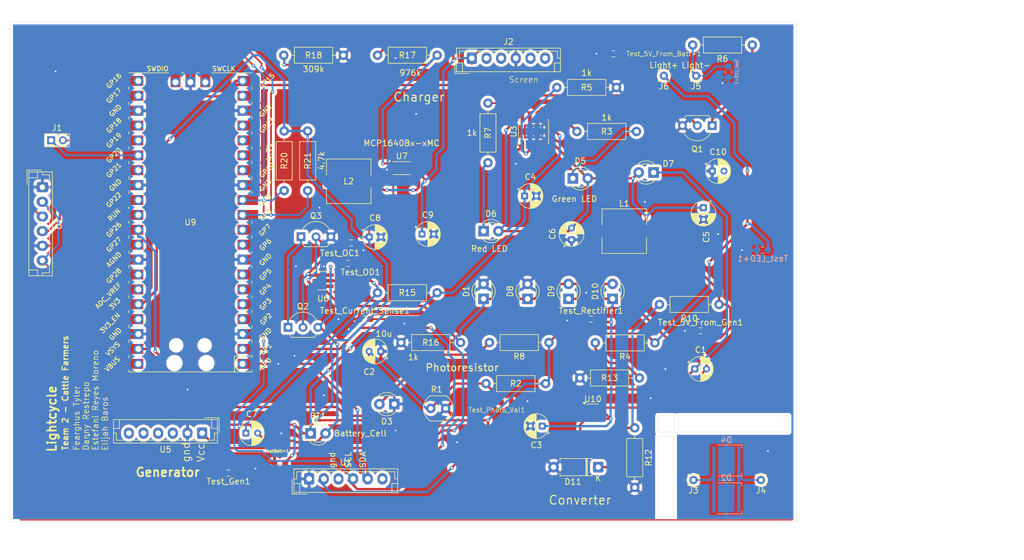
<source format=kicad_pcb>
(kicad_pcb (version 20241229) (generator "pcbnew") (generator_version "9.0")
  (title_block (title "PCB Layout For LightCycle") (date "2025-11-18") (rev "3") (company "LightCycle"))
  (layers (0 "F.Cu" signal) (2 "B.Cu" signal) (13 "F.Paste" user) (15 "B.Paste" user) (5 "F.SilkS" user "F.Silkscreen") (7 "B.SilkS" user "B.Silkscreen") (1 "F.Mask" user) (3 "B.Mask" user) (25 "Edge.Cuts" user))
  (net 0 "")
  (net 1 "Net-(BT1--)")
  (net 2 "GND")
  (net 3 "Net-(U3-~{STDBY})")
  (net 4 "Net-(U3-~{CHRG})")
  (net 5 "Net-(U3-PROG)")
  (net 6 "/5V")
  (net 7 "Net-(D3-A)")
  (net 8 "Net-(D5-K)")
  (net 9 "/V_charge")
  (net 10 "Net-(D6-K)")
  (net 11 "/GPIO26")
  (net 12 "Net-(U4-EN)")
  (net 13 "Net-(Q3-G)")
  (net 14 "Net-(U6-CS)")
  (net 15 "Net-(U6-VCC)")
  (net 16 "Net-(Q2-G)")
  (net 18 "/GPIO15")
  (net 19 "Net-(Q1-D)")
  (net 20 "Net-(Q2-D)")
  (net 44 "Net-(D10-K)")
  (net 45 "Net-(D1-K)")
  (net 69 "Net-(D11-K)")
  (net 70 "Net-(D7-K)")
  (net 71 "Net-(U10-Vfb)")
  (net 72 "Net-(U7-SW)")
  (net 73 "Net-(U7-V_{FB})")
  (net 74 "/Batt+")
  (net 75 "3.3V")
  (net 76 "/GPIO20")
  (net 77 "/GPIO21")
  (net 78 "/GPIO1_RX")
  (net 79 "/GPIO0_TX")
  (net 80 "/GPIO9")
  (net 81 "/GPIO8")
  (net 82 "/GPIO27")
  (net 83 "Net-(J5-Pin_1)")
  (net 84 "Net-(D2-A)")
  (net 85 "Net-(D2-K)")
  (footprint "Capacitor_THT:CP_Radial_D4.0mm_P2.00mm" (layer "F.Cu") (at 170 94 -90)
    (property "Reference" "C5")
    (property "Value" "20u")
  )
  (footprint "Inductor_SMD:L_Wuerth_WE-PD-Typ-7345" (layer "F.Cu") (at 109.5 89.5)
    (property "Reference" "L2")
    (property "Value" "4.7u")
  )
  (footprint "Resistor_THT:R_Axial_DIN0207_L6.3mm_D2.5mm_P10.16mm_Horizontal" (layer "F.Cu") (at 178.33 66.25 180)
    (property "Reference" "R6")
    (property "Value" "1k")
  )
  (footprint "LED_THT:LED_D3.0mm_Clear" (layer "F.Cu") (at 103 132.5)
    (property "Reference" "BT1")
    (property "Value" "Battery_Cell")
  )
  (footprint "Resistor_THT:R_Axial_DIN0207_L6.3mm_D2.5mm_P10.16mm_Horizontal" (layer "F.Cu") (at 98.5 80.92 -90)
    (property "Reference" "R20")
    (property "Value" "4.7k")
  )
  (footprint "Resistor_THT:R_Axial_DIN0207_L6.3mm_D2.5mm_P10.16mm_Horizontal" (layer "F.Cu") (at 118.42 117)
    (property "Reference" "R16")
    (property "Value" "1k")
  )
  (footprint "LED_THT:LED_D3.0mm_Clear" (layer "F.Cu") (at 161.5 88 180)
    (property "Reference" "D7")
    (property "Value" "1N4148WT")
  )
  (footprint "Resistor_THT:R_Axial_DIN0207_L6.3mm_D2.5mm_P10.16mm_Horizontal" (layer "F.Cu") (at 143.08 124 180)
    (property "Reference" "R2")
    (property "Value" "10k")
  )
  (footprint "Connector_PinHeader_2.00mm:PinHeader_2x01_P2.00mm_Vertical" (layer "F.Cu") (at 58.75 82.5)
    (property "Reference" "J1")
    (property "Value" "IMU_Int1_Int2")
  )
  (footprint "Resistor_SMD:R_0603_1608Metric_Pad0.98x0.95mm_HandSolder" (layer "F.Cu") (at 154.655 67.75)
    (property "Reference" "Test_5V_From_Batt+1")
    (property "Value" "0R")
  )
  (footprint "Package_TO_SOT_THT:TO-92L_Inline_Wide" (layer "F.Cu") (at 101.3775 98.95)
    (property "Reference" "Q3")
    (property "Value" "NMOS")
  )
  (footprint "Connector_JST:JST_EH_B6B-EH-A_1x06_P2.50mm_Vertical" (layer "F.Cu") (at 102.75 140.25)
    (property "Reference" "U1")
    (property "Value" "~")
  )
  (footprint "Resistor_THT:R_Axial_DIN0207_L6.3mm_D2.5mm_P10.16mm_Horizontal" (layer "F.Cu") (at 172.66 110.5 180)
    (property "Reference" "R10")
    (property "Value" "52.3k")
  )
  (footprint "Resistor_THT:R_Axial_DIN0207_L6.3mm_D2.5mm_P10.16mm_Horizontal" (layer "F.Cu") (at 102.5 91.08 90)
    (property "Reference" "R21")
    (property "Value" "4.7k")
  )
  (footprint "Resistor_THT:R_Axial_DIN0207_L6.3mm_D2.5mm_P10.16mm_Horizontal" (layer "F.Cu") (at 158.2825 131.55 -90)
    (property "Reference" "R12")
    (property "Value" "10k")
  )
  (footprint "Package_TO_SOT_SMD:SOT-23-6" (layer "F.Cu") (at 105.1375 106.45)
    (property "Reference" "U6")
    (property "Value" "DW01A")
  )
  (footprint "Package_TO_SOT_SMD:SOT-23-6" (layer "F.Cu") (at 151.1375 129.05)
    (property "Reference" "U10")
    (property "Value" "MCP16301x-xCH")
  )
  (footprint "LED_THT:LED_D3.0mm_Clear" (layer "F.Cu") (at 132.5 98)
    (property "Reference" "D6")
    (property "Value" "Red LED")
  )
  (footprint "LED_THT:LED_D3.0mm_Clear" (layer "F.Cu") (at 147 109.54 90)
    (property "Reference" "D9")
    (property "Value" "1N4148WT" (hide yes))
  )
  (footprint "Resistor_THT:R_Axial_DIN0207_L6.3mm_D2.5mm_P10.16mm_Horizontal" (layer "F.Cu") (at 158.58 81 180)
    (property "Reference" "R3")
    (property "Value" "1k")
  )
  (footprint "Package_SO:SOIC-8-1EP_3.9x4.9mm_P1.27mm_EP2.41x3.3mm_ThermalVias" (layer "F.Cu") (at 141.0274 81 90)
    (property "Reference" "U3")
    (property "Value" "TP4056-42-ESOP8")
  )
  (footprint "Capacitor_THT:CP_Radial_D4.0mm_P2.00mm" (layer "F.Cu") (at 142.5 131.25 180)
    (property "Reference" "C3")
    (property "Value" "100u")
  )
  (footprint "LED_THT:LED_D3.0mm_Clear" (layer "F.Cu") (at 132.5 109.54 90)
    (property "Reference" "D1")
    (property "Value" "1N4148WT" (hide yes))
  )
  (footprint "Resistor_THT:R_Axial_DIN0207_L6.3mm_D2.5mm_P10.16mm_Horizontal" (layer "F.Cu") (at 114.42 68)
    (property "Reference" "R17")
    (property "Value" "976k")
  )
  (footprint "OptoDevice:R_LDR_4.9x4.2mm_P2.54mm_Vertical" (layer "F.Cu") (at 123.4993 128.2334)
    (property "Reference" "R1")
    (property "Value" "R_Photo")
  )
  (footprint "LED_THT:LED_D3.0mm_Clear" (layer "F.Cu") (at 154.5 109.54 90)
    (property "Reference" "D10")
    (property "Value" "1N4148WT" (hide yes))
  )
  (footprint "Resistor_THT:R_Axial_DIN0207_L6.3mm_D2.5mm_P10.16mm_Horizontal" (layer "F.Cu") (at 133.25 86.33 90)
    (property "Reference" "R7")
    (property "Value" "1k")
  )
  (footprint "Connector_Pin:Pin_D0.7mm_L6.5mm_W1.8mm_FlatFork" (layer "F.Cu") (at 168.75 71.5)
    (property "Reference" "J5")
    (property "Value" "Light-")
  )
  (footprint "Capacitor_THT:CP_Radial_D4.0mm_P2.00mm" (layer "F.Cu") (at 91.969 132.45)
    (property "Reference" "C7")
    (property "Value" "0.1u")
  )
  (footprint "Connector_JST:JST_EH_B6B-EH-A_1x06_P2.50mm_Vertical" (layer "F.Cu") (at 57.25 90.5 -90)
    (property "Reference" "U1")
    (property "Value" "~")
  )
  (footprint "Resistor_SMD:R_0603_1608Metric_Pad0.98x0.95mm_HandSolder" (layer "F.Cu") (at 109.345 103.5)
    (property "Reference" "Test_OD1")
    (property "Value" "0R")
  )
  (footprint "Connector_Pin:Pin_D0.7mm_L6.5mm_W1.8mm_FlatFork" (layer "F.Cu") (at 179.81 140.445)
    (property "Reference" "J4")
    (property "Value" "Light-")
  )
  (footprint "Resistor_THT:R_Axial_DIN0207_L6.3mm_D2.5mm_P10.16mm_Horizontal" (layer "F.Cu") (at 145 73.5)
    (property "Reference" "R5")
    (property "Value" "2k")
  )
  (footprint "Resistor_SMD:R_0603_1608Metric_Pad0.98x0.95mm_HandSolder" (layer "F.Cu") (at 89 139.25 180)
    (property "Reference" "Test_Gen1")
    (property "Value" "0R")
  )
  (footprint "Package_TO_SOT_THT:TO-92L_Inline_Wide" (layer "F.Cu") (at 171.5 80 180)
    (property "Reference" "Q1")
    (property "Value" "NMOS")
  )
  (footprint "Resistor_THT:R_Axial_DIN0207_L6.3mm_D2.5mm_P10.16mm_Horizontal" (layer "F.Cu") (at 143.66 117 180)
    (property "Reference" "R8")
    (property "Value" "10k")
  )
  (footprint "Inductor_SMD:L_Wuerth_WE-PD-Typ-7345" (layer "F.Cu") (at 156.5 98)
    (property "Reference" "L1")
    (property "Value" "22u")
  )
  (footprint "Resistor_THT:R_Axial_DIN0207_L6.3mm_D2.5mm_P10.16mm_Horizontal" (layer "F.Cu") (at 159.08 123.04 180)
    (property "Reference" "R13")
    (property "Value" "1k")
  )
  (footprint "Capacitor_THT:CP_Radial_D4.0mm_P2.00mm" (layer "F.Cu") (at 122 98.5)
    (property "Reference" "C9")
    (property "Value" "10u")
  )
  (footprint "Package_TO_SOT_THT:TO-92L_Inline_Wide" (layer "F.Cu") (at 99.1571 114.41)
    (property "Reference" "Q2")
    (property "Value" "NMOS")
  )
  (footprint "Package_DFN_QFN:DFN-8-1EP_3x2mm_P0.5mm_EP1.75x1.45mm" (layer "F.Cu") (at 118.55 87.25)
    (property "Reference" "U7")
    (property "Value" "MCP1640Bx-xMC")
  )
  (footprint "Connector_JST:JST_EH_B6B-EH-A_1x06_P2.50mm_Vertical" (layer "F.Cu") (at 130.5 68.5)
    (property "Reference" "J2")
    (property "Value" "Screen")
  )
  (footprint "Resistor_SMD:R_0603_1608Metric_Pad0.98x0.95mm_HandSolder" (layer "F.Cu") (at 150.82 113)
    (property "Reference" "Test_Rectifier1")
    (property "Value" "0R")
  )
  (footprint "Connector_Pin:Pin_D0.7mm_L6.5mm_W1.8mm_FlatFork" (layer "F.Cu") (at 168.31 140.445)
    (property "Reference" "J3")
    (property "Value" "Light+")
  )
  (footprint "Resistor_THT:R_Axial_DIN0207_L6.3mm_D2.5mm_P10.16mm_Horizontal" (layer "F.Cu") (at 98.42 68)
    (property "Reference" "R18")
    (property "Value" "309k")
  )
  (footprint "LED_THT:LED_D3.0mm_Clear" (layer "F.Cu") (at 117.27 127.5 180)
    (property "Reference" "D3")
    (property "Value" "LED")
  )
  (footprint "Capacitor_THT:CP_Radial_D4.0mm_P2.00mm" (layer "F.Cu") (at 113 99)
    (property "Reference" "C8")
    (property "Value" "4.7u")
  )
  (footprint "Capacitor_THT:CP_Radial_D4.0mm_P2.00mm" (layer "F.Cu") (at 147.5 99.4726 90)
    (property "Reference" "C6")
    (property "Value" "100u")
  )
  (footprint "Capacitor_THT:CP_Radial_D4.0mm_P2.00mm" (layer "F.Cu") (at 168.527401 121.5)
    (property "Reference" "C1")
    (property "Value" "100n")
  )
  (footprint "Connector_JST:JST_EH_B6B-EH-A_1x06_P2.50mm_Vertical" (layer "F.Cu") (at 84.5 132.45 180)
    (property "Reference" "U5")
    (property "Value" "~")
  )
  (footprint "Capacitor_THT:CP_Radial_D4.0mm_P2.00mm" (layer "F.Cu") (at 114.9726 118.5 180)
    (property "Reference" "C2")
    (property "Value" "10u")
  )
  (footprint "Resistor_SMD:R_0603_1608Metric_Pad0.98x0.95mm_HandSolder" (layer "F.Cu") (at 97.75 137.5)
    (property "Reference" "TestBatt+1")
    (property "Value" "0R")
  )
  (footprint "Resistor_THT:R_Axial_DIN0207_L6.3mm_D2.5mm_P10.16mm_Horizontal" (layer "F.Cu") (at 124.58 108.5 180)
    (property "Reference" "R15")
    (property "Value" "100R")
  )
  (footprint "Resistor_SMD:R_0603_1608Metric_Pad0.98x0.95mm_HandSolder" (layer "F.Cu") (at 112.25 113)
    (property "Reference" "Test_Current_Sense1")
    (property "Value" "0R")
  )
  (footprint "Resistor_SMD:R_0603_1608Metric_Pad0.98x0.95mm_HandSolder" (layer "F.Cu") (at 109.905 100 180)
    (property "Reference" "Test_OC1")
    (property "Value" "0R")
  )
  (footprint "LED_THT:LED_D3.0mm_Clear" (layer "F.Cu") (at 147.73 89)
    (property "Reference" "D5")
    (property "Value" "Green LED")
  )
  (footprint "Connector_Pin:Pin_D0.7mm_L6.5mm_W1.8mm_FlatFork" (layer "F.Cu") (at 163.25 71.5)
    (property "Reference" "J6")
    (property "Value" "Light+")
  )
  (footprint "Resistor_SMD:R_0603_1608Metric_Pad0.98x0.95mm_HandSolder" (layer "F.Cu") (at 169.5 115)
    (property "Reference" "Test_5V_From_Gen1")
    (property "Value" "0R")
  )
  (footprint "Resistor_THT:R_Axial_DIN0207_L6.3mm_D2.5mm_P10.16mm_Horizontal" (layer "F.Cu") (at 161.7175 117.05 180)
    (property "Reference" "R4")
    (property "Value" "1k")
  )
  (footprint "LED_THT:LED_D3.0mm_Clear" (layer "F.Cu") (at 140 109.54 90)
    (property "Reference" "D8")
    (property "Value" "1N4148WT" (hide yes))
  )
  (footprint "Capacitor_THT:CP_Radial_D4.0mm_P2.00mm" (layer "F.Cu") (at 139.5 92)
    (property "Reference" "C4")
    (property "Value" "10u")
  )
  (footprint "Diode_THT:D_A-405_P7.62mm_Horizontal" (layer "F.Cu") (at 152.06 138.25 180)
    (property "Reference" "D11")
    (property "Value" "D_Schottky")
  )
  (footprint "Capacitor_THT:CP_Radial_D4.0mm_P2.00mm" (layer "F.Cu") (at 171.5 87.75)
    (property "Reference" "C10")
    (property "Value" "100n")
  )
  (footprint "Resistor_SMD:R_0603_1608Metric_Pad0.98x0.95mm_HandSolder" (layer "F.Cu") (at 136.405 127.25 180)
    (property "Reference" "Test_Photo_Val1")
    (property "Value" "0R")
  )
  (footprint "MCU_RaspberryPi_and_Boards:RPi_Pico_SMD_TH" (layer "F.Cu") (at 82.5 96.5 180)
    (property "Reference" "U9")
    (property "Value" "Pico")
  )
  (footprint "LED_SMD:LED_Cree-XHP50_3V_HighDensity" (layer "B.Cu") (at 173.92 137.12 180)
    (property "Reference" "D4")
    (property "Value" "LED_Cree_XHP50_3V_HighDensity" (hide yes))
  )
  (footprint "Resistor_SMD:R_0603_1608Metric_Pad0.98x0.95mm_HandSolder" (layer "B.Cu") (at 174.25 70.8375 90)
    (property "Reference" "Test_LED-1")
    (property "Value" "0R")
  )
  (footprint "Resistor_SMD:R_0603_1608Metric_Pad0.98x0.95mm_HandSolder" (layer "B.Cu") (at 180.0875 101.25)
    (property "Reference" "Test_LED+1")
    (property "Value" "0R")
  )
  (footprint "LED_SMD:LED_Cree-XHP50_3V_HighDensity" (layer "B.Cu") (at 173.89 143.575 180)
    (property "Reference" "D2")
    (property "Value" "LED_Cree_XHP50_3V_HighDensity" (hide yes))
  )
  (gr_rect (start 53.5 63.5) (end 185.177835 147.25) (stroke (width 0.2)) (fill no) (layer "F.Cu") (net 77))
  (gr_rect (start 162.25 133) (end 165 146.75) (stroke (width 0.05)) (fill no) (layer "Edge.Cuts"))
  (gr_rect (start 162.25 129.5) (end 165 132.25) (stroke (width 0.05)) (fill no) (layer "Edge.Cuts"))
  (gr_rect (start 51.749998 62.25) (end 185.85574 147.605741) (stroke (width 0.05)) (fill no) (layer "Edge.Cuts"))
  (gr_rect (start 165.75 129.5) (end 184.5 132.25) (stroke (width 0.05)) (fill no) (layer "Edge.Cuts"))
  (gr_text "1k" (at 130.5 81.25 0) (layer "F.SilkS") (effects (font (size 1 1))))
  (gr_text "Fearghus Tyler\nDanny Restrepo\nEstefani Reyes Moreno\nElijah Baros" (at 68.5 135.5 90) (layer "F.SilkS") (effects (font (size 1 1) (thickness 0.12)) (justify left bottom)))
  (gr_text "gnd" (at 82.5 137.5 90) (layer "F.SilkS") (effects (font (size 1.25 1.25)) (justify left bottom)))
  (gr_text "Lightcycle" (at 59.75 130 90) (layer "F.SilkS") (effects (font (size 1.5 1.5) (thickness 0.3) (bold yes)) (justify bottom)))
  (gr_text "Team 2 - Cattle Farmers" (at 61.75 135.5 90) (layer "F.SilkS") (effects (font (size 1 1) (thickness 0.2) (bold yes)) (justify left bottom)))
  (gr_text "Charger" (at 117 76 0) (layer "F.SilkS") (effects (font (size 1.5 1.5) (thickness 0.1875)) (justify left bottom)))
  (gr_text "SDA" (at 112.5 138.5 90) (layer "F.SilkS") (effects (font (size 1 1)) (justify left bottom)))
  (gr_text "Generator" (at 73 140 0) (layer "F.SilkS") (effects (font (size 1.5 1.5) (thickness 0.3) (bold yes)) (justify left bottom)))
  (gr_text "Vcc" (at 85 137.5 90) (layer "F.SilkS") (effects (font (size 1.25 1.25)) (justify left bottom)))
  (gr_text "Photoresistor" (at 122.5 122 0) (layer "F.SilkS") (effects (font (size 1.25 1.25) (thickness 0.1875)) (justify left bottom)))
  (gr_text "Converter" (at 143.5 144.75 0) (layer "F.SilkS") (effects (font (size 1.5 1.5) (thickness 0.1875)) (justify left bottom)))
  (gr_text "Screen" (at 136.75 72.75 0) (layer "F.SilkS") (effects (font (size 1 1) (thickness 0.1)) (justify left bottom)))
  (gr_text "1k" (at 150.08 71 0) (layer "F.SilkS") (effects (font (size 1 1))))
  (gr_text "SCL" (at 110 138.5 90) (layer "F.SilkS") (effects (font (size 1 1)) (justify left bottom)))
  (gr_text "gnd" (at 107.25 138.5 90) (layer "F.SilkS") (effects (font (size 1 1)) (justify left bottom)))
  (segment (start 91.39 120.63) (end 97.5 120.63) (width 0.4) (layer "F.Cu") (net 0))
  (segment (start 91.39 118.09) (end 96.5 118.09) (width 0.4) (layer "F.Cu") (net 0))
  (segment (start 107.91 118.09) (end 108 118) (width 0.4) (layer "F.Cu") (net 0))
  (segment (start 125.5 134.5) (end 118 142) (width 0.4) (layer "F.Cu") (net 0))
  (segment (start 109.46 140.5) (end 110.96 142) (width 0.4) (layer "F.Cu") (net 0))
  (segment (start 103.13 120.63) (end 111 128.5) (width 0.4) (layer "F.Cu") (net 0))
  (segment (start 111.5 114.5) (end 123.5 114.5) (width 0.4) (layer "F.Cu") (net 0))
  (segment (start 110.96 142) (end 112.42 142) (width 0.4) (layer "F.Cu") (net 0))
  (segment (start 97.5 120.63) (end 103.13 120.63) (width 0.4) (layer "F.Cu") (net 0))
  (segment (start 96.5 118.09) (end 107.91 118.09) (width 0.4) (layer "F.Cu") (net 0))
  (segment (start 108 118) (end 111.5 114.5) (width 0.4) (layer "F.Cu") (net 0))
  (segment (start 118 142) (end 112.42 142) (width 0.4) (layer "F.Cu") (net 0))
  (segment (start 126.5 117.5) (end 126.5 119) (width 0.4) (layer "B.Cu") (net 0))
  (segment (start 127.5 129.5) (end 125.5 131.5) (width 0.4) (layer "B.Cu") (net 0))
  (segment (start 125.5 131.5) (end 125.5 134.5) (width 0.4) (layer "B.Cu") (net 0))
  (segment (start 127.5 120) (end 127.5 129.5) (width 0.4) (layer "B.Cu") (net 0))
  (segment (start 111 128.5) (end 111 137) (width 0.4) (layer "B.Cu") (net 0))
  (segment (start 126.5 119) (end 127.5 120) (width 0.4) (layer "B.Cu") (net 0))
  (segment (start 123.5 114.5) (end 126.5 117.5) (width 0.4) (layer "B.Cu") (net 0))
  (segment (start 112 138) (end 112 140.5) (width 0.4) (layer "B.Cu") (net 0))
  (segment (start 111 137) (end 112 138) (width 0.4) (layer "B.Cu") (net 0))
  (segment (start 105.54 132.5) (end 104.04 134) (width 0.4) (layer "F.Cu") (net 1))
  (segment (start 106.275 105.5) (end 106.413 105.362) (width 0.3) (layer "F.Cu") (net 1))
  (segment (start 104.2371 114.41) (end 104.67 114.41) (width 0.3) (layer "F.Cu") (net 1))
  (segment (start 104.67 114.41) (end 107.561 117.301) (width 0.4) (layer "F.Cu") (net 1))
  (segment (start 100.5 134) (end 100.253 133.753) (width 0.4) (layer "F.Cu") (net 1))
  (segment (start 100.253 133.753) (end 95.2721 133.753) (width 0.4) (layer "F.Cu") (net 1))
  (segment (start 106.413 105.362) (end 106.413 104.048) (width 0.3) (layer "F.Cu") (net 1))
  (segment (start 95.2721 133.753) (end 93.969 132.45) (width 0.4) (layer "F.Cu") (net 1))
  (segment (start 104.237 114.41) (end 104.2371 114.41) (width 0.3) (layer "F.Cu") (net 1))
  (segment (start 104.04 134) (end 100.5 134) (width 0.4) (layer "F.Cu") (net 1))
  (via (at 106.413 104.048) (size 0.6) (drill 0.3) (layers "F.Cu" "B.Cu") (net 1))
  (via (at 107.561 117.301) (size 0.6) (drill 0.3) (layers "F.Cu" "B.Cu") (net 1))
  (segment (start 107.561 117.301) (end 107.561 130.479) (width 0.4) (layer "B.Cu") (net 1))
  (segment (start 104.2371 114.4099) (end 104.2371 114.41) (width 0.3) (layer "B.Cu") (net 1))
  (segment (start 107.561 130.479) (end 107.541 130.479) (width 0.3) (layer "B.Cu") (net 1))
  (segment (start 106.413 112.234) (end 105.325 113.322) (width 0.4) (layer "B.Cu") (net 1))
  (segment (start 105.54 132.48) (end 105.54 132.5) (width 0.3) (layer "B.Cu") (net 1))
  (segment (start 107.541 130.479) (end 105.54 132.48) (width 0.4) (layer "B.Cu") (net 1))
  (segment (start 105.325 113.322) (end 104.781 113.866) (width 0.4) (layer "B.Cu") (net 1))
  (segment (start 104.781 113.866) (end 104.2371 114.4099) (width 0.3) (layer "B.Cu") (net 1))
  (segment (start 106.413 104.048) (end 106.413 112.234) (width 0.4) (layer "B.Cu") (net 1))
  (segment (start 116 87.5) (end 117.1 87.5) (width 0.3) (layer "F.Cu") (net 2))
  (segment (start 149.9075 113) (end 147 113) (width 0.3) (layer "F.Cu") (net 2))
  (segment (start 112 101.25) (end 110.8175 100.0675) (width 0.4) (layer "F.Cu") (net 2))
  (segment (start 92.845 139.25) (end 93.595 138.5) (width 0.4) (layer "F.Cu") (net 2))
  (segment (start 152 68) (end 151.75 67.75) (width 0.3) (layer "F.Cu") (net 2))
  (segment (start 153.5 67.75) (end 153.25 68) (width 0.3) (layer "F.Cu") (net 2))
  (segment (start 110.8175 100.0675) (end 110.8175 100) (width 0.3) (layer "F.Cu") (net 2))
  (segment (start 116.6 87.5) (end 117.1 87) (width 0.3) (layer "F.Cu") (net 2))
  (segment (start 168.5875 115) (end 166.845 115) (width 0.3) (layer "F.Cu") (net 2))
  (segment (start 111.3375 113) (end 107.75 113) (width 0.4) (layer "F.Cu") (net 2))
  (segment (start 147 124.96) (end 148.92 123.04) (width 0.4) (layer "F.Cu") (net 2))
  (segment (start 138 84.5974) (end 138 86.5) (width 0.4) (layer "F.Cu") (net 2))
  (segment (start 139.1224 83.475) (end 138 84.5974) (width 0.4) (layer "F.Cu") (net 2))
  (segment (start 96.095 137) (end 96.595 137.5) (width 0.4) (layer "F.Cu") (net 2))
  (segment (start 89.9125 139.25) (end 92.845 139.25) (width 0.4) (layer "F.Cu") (net 2))
  (segment (start 153.25 68) (end 152 68) (width 0.3) (layer "F.Cu") (net 2))
  (segment (start 149.337501 129.05) (end 147 126.712499) (width 0.4) (layer "F.Cu") (net 2))
  (segment (start 150 129.05) (end 149.337501 129.05) (width 0.4) (layer "F.Cu") (net 2))
  (segment (start 153.7425 67.75) (end 153.5 67.75) (width 0.3) (layer "F.Cu") (net 2))
  (segment (start 96.595 137.5) (end 96.8375 137.5) (width 0.3) (layer "F.Cu") (net 2))
  (segment (start 147 126.712499) (end 147 124.96) (width 0.4) (layer "F.Cu") (net 2))
  (segment (start 139.75 127.25) (end 140 127) (width 0.3) (layer "F.Cu") (net 2))
  (segment (start 137.3175 127.25) (end 139.75 127.25) (width 0.3) (layer "F.Cu") (net 2))
  (segment (start 147 113) (end 146.75 113.25) (width 0.3) (layer "F.Cu") (net 2))
  (via (at 163.5 121.5) (size 0.6) (drill 0.3) (layers "F.Cu" "B.Cu") (net 2))
  (via (at 119 113.75) (size 0.6) (drill 0.3) (layers "F.Cu" "B.Cu") (net 2))
  (via (at 109.5 114.75) (size 0.6) (drill 0.3) (layers "F.Cu" "B.Cu") (net 2))
  (via (at 100.5 104) (size 0.6) (drill 0.3) (layers "F.Cu" "B.Cu") (net 2))
  (via (at 117.5 68.5) (size 0.6) (drill 0.3) (layers "F.Cu" "B.Cu") (net 2))
  (via (at 140 127) (size 0.6) (drill 0.3) (layers "F.Cu" "B.Cu") (net 2))
  (via (at 176.5875 101.25) (size 0.6) (drill 0.3) (layers "F.Cu" "B.Cu") (net 2))
  (via (at 82 125) (size 0.6) (drill 0.3) (layers "F.Cu" "B.Cu") (net 2))
  (via (at 105.25 126) (size 0.6) (drill 0.3) (layers "F.Cu" "B.Cu") (net 2))
  (via (at 121 78) (size 0.6) (drill 0.3) (layers "F.Cu" "B.Cu") (net 2))
  (via (at 138 86.5) (size 0.6) (drill 0.3) (layers "F.Cu" "B.Cu") (net 2))
  (via (at 111 128.5) (size 0.6) (drill 0.3) (layers "F.Cu" "B.Cu") (net 2))
  (via (at 146.75 113.25) (size 0.6) (drill 0.3) (layers "F.Cu" "B.Cu") (net 2))
  (via (at 116 87.5) (size 0.6) (drill 0.3) (layers "F.Cu" "B.Cu") (net 2))
  (via (at 181 135.5) (size 0.6) (drill 0.3) (layers "F.Cu" "B.Cu") (net 2))
  (via (at 59.5 70.75) (size 0.6) (drill 0.3) (layers "F.Cu" "B.Cu") (net 2))
  (via (at 161 126.5) (size 0.6) (drill 0.3) (layers "F.Cu" "B.Cu") (net 2))
  (via (at 117.5 132) (size 0.6) (drill 0.3) (layers "F.Cu" "B.Cu") (net 2))
  (via (at 93.595 138.5) (size 0.6) (drill 0.3) (layers "F.Cu" "B.Cu") (net 2))
  (via (at 97.5 120.63) (size 0.6) (drill 0.3) (layers "F.Cu" "B.Cu") (net 2))
  (via (at 173.25 72.75) (size 0.6) (drill 0.3) (layers "F.Cu" "B.Cu") (net 2))
  (via (at 105.25 104) (size 0.6) (drill 0.3) (layers "F.Cu" "B.Cu") (net 2))
  (via (at 166.845 115) (size 0.6) (drill 0.3) (layers "F.Cu" "B.Cu") (net 2))
  (via (at 150 108.5) (size 0.6) (drill 0.3) (layers "F.Cu" "B.Cu") (net 2))
  (via (at 172.5 98.5) (size 0.6) (drill 0.3) (layers "F.Cu" "B.Cu") (net 2))
  (via (at 104.5 94) (size 0.6) (drill 0.3) (layers "F.Cu" "B.Cu") (net 2))
  (via (at 128 134) (size 0.6) (drill 0.3) (layers "F.Cu" "B.Cu") (net 2))
  (via (at 160 93) (size 0.6) (drill 0.3) (layers "F.Cu" "B.Cu") (net 2))
  (via (at 65.25 132.75) (size 0.6) (drill 0.3) (layers "F.Cu" "B.Cu") (net 2))
  (via (at 151.75 67.75) (size 0.6) (drill 0.3) (layers "F.Cu" "B.Cu") (net 2))
  (via (at 98 132.5) (size 0.6) (drill 0.3) (layers "F.Cu" "B.Cu") (net 2))
  (via (at 100.25 119.25) (size 0.6) (drill 0.3) (layers "F.Cu" "B.Cu") (net 2))
  (via (at 107.75 113) (size 0.6) (drill 0.3) (layers "F.Cu" "B.Cu") (net 2))
  (via (at 112 101.25) (size 0.6) (drill 0.3) (layers "F.Cu" "B.Cu") (net 2))
  (segment (start 102.75 140.25) (end 102.5 140.5) (width 0.4) (layer "B.Cu") (net 2))
  (segment (start 173.25 72.75) (end 174.25 71.75) (width 0.3) (layer "B.Cu") (net 2))
  (segment (start 179.175 101.25) (end 176.5875 101.25) (width 0.4) (layer "B.Cu") (net 2))
  (segment (start 141.6624 78.525) (end 141.662 78.525) (width 0.3) (layer "F.Cu") (net 3))
  (segment (start 141.662 78.2968) (end 141.662 78.525) (width 0.3) (layer "F.Cu") (net 3))
  (segment (start 141.662 78.0686) (end 141.662 77.838) (width 0.4) (layer "F.Cu") (net 3))
  (segment (start 144.611 77.19079) (end 144.611 77.1908) (width 0.4) (layer "F.Cu") (net 3))
  (segment (start 144.611 77.1908) (end 148.42 81) (width 0.4) (layer "F.Cu") (net 3))
  (segment (start 142.5 77) (end 144.42021 77) (width 0.4) (layer "F.Cu") (net 3))
  (segment (start 141.662 78.525) (end 141.662 78.2968) (width 0.3) (layer "F.Cu") (net 3))
  (segment (start 141.662 77.838) (end 142.5 77) (width 0.4) (layer "F.Cu") (net 3))
  (segment (start 144.42021 77) (end 144.611 77.19079) (width 0.4) (layer "F.Cu") (net 3))
  (segment (start 141.662 78.2968) (end 141.662 78.0686) (width 0.3) (layer "F.Cu") (net 3))
  (segment (start 137.5 76) (end 138.363 76) (width 0.3) (layer "F.Cu") (net 4))
  (segment (start 133.25 76.17) (end 137.33 76.17) (width 0.3) (layer "F.Cu") (net 4))
  (segment (start 140.392 78.525) (end 140.392 78.2771) (width 0.3) (layer "F.Cu") (net 4))
  (segment (start 138.363 76) (end 140.392 78.0292) (width 0.3) (layer "F.Cu") (net 4))
  (segment (start 140.392 78.0292) (end 140.392 78.2771) (width 0.3) (layer "F.Cu") (net 4))
  (segment (start 137.33 76.17) (end 137.5 76) (width 0.3) (layer "F.Cu") (net 4))
  (segment (start 140.3924 78.525) (end 140.392 78.525) (width 0.3) (layer "F.Cu") (net 4))
  (segment (start 140.392 78.2771) (end 140.392 78.525) (width 0.3) (layer "F.Cu") (net 4))
  (segment (start 140.3924 83.6363) (end 140.3924 83.475) (width 0.3) (layer "F.Cu") (net 5))
  (segment (start 140.392 83.7984) (end 140.392 84.1219) (width 0.3) (layer "F.Cu") (net 5))
  (segment (start 140.392 83.6367) (end 140.392 83.7984) (width 0.3) (layer "F.Cu") (net 5))
  (segment (start 140.392 84.1219) (end 139.724 84.79) (width 0.4) (layer "F.Cu") (net 5))
  (segment (start 140.392 83.6367) (end 140.3924 83.6363) (width 0.3) (layer "F.Cu") (net 5))
  (segment (start 140.392 83.7984) (end 140.392 83.6367) (width 0.3) (layer "F.Cu") (net 5))
  (via (at 139.724 84.79) (size 0.6) (drill 0.3) (layers "F.Cu" "B.Cu") (net 5))
  (segment (start 139 84.066) (end 139 79.5) (width 0.4) (layer "B.Cu") (net 5))
  (segment (start 139 79.5) (end 145 73.5) (width 0.4) (layer "B.Cu") (net 5))
  (segment (start 139.724 84.79) (end 139 84.066) (width 0.4) (layer "B.Cu") (net 5))
  (segment (start 132.46 66.5) (end 130.46 68.5) (width 0.3) (layer "F.Cu") (net 6))
  (segment (start 126 66.5) (end 115.92 66.5) (width 0.4) (layer "F.Cu") (net 6))
  (segment (start 155.5675 67.75) (end 155.165 67.3475) (width 0.3) (layer "F.Cu") (net 6))
  (segment (start 120 87) (end 120.051 87) (width 0.3) (layer "F.Cu") (net 6))
  (segment (start 155.165 67.3475) (end 155.165 66.769418) (width 0.3) (layer "F.Cu") (net 6))
  (segment (start 122.4853 89.4853) (end 122.4853 89.1583) (width 0.4) (layer "F.Cu") (net 6))
  (segment (start 155.165 66.769418) (end 154.844582 66.449) (width 0.3) (layer "F.Cu") (net 6))
  (segment (start 154.844582 66.449) (end 143.051 66.449) (width 0.3) (layer "F.Cu") (net 6))
  (segment (start 115.92 66.5) (end 114.42 68) (width 0.4) (layer "F.Cu") (net 6))
  (segment (start 143.051 66.449) (end 143 66.5) (width 0.3) (layer "F.Cu") (net 6))
  (segment (start 122.4853 89.1583) (end 120.776 87.449) (width 0.4) (layer "F.Cu") (net 6))
  (segment (start 127.353 67.853) (end 126 66.5) (width 0.4) (layer "F.Cu") (net 6))
  (segment (start 143 66.5) (end 132.46 66.5) (width 0.3) (layer "F.Cu") (net 6))
  (segment (start 120.051 87) (end 120.5 87.449) (width 0.3) (layer "F.Cu") (net 6))
  (segment (start 127.353 68.9695) (end 127.353 67.853) (width 0.4) (layer "F.Cu") (net 6))
  (segment (start 130.46 69.41) (end 130.5 69.45) (width 0.3) (layer "F.Cu") (net 6))
  (segment (start 130.46 68.5) (end 130.46 69.41) (width 0.3) (layer "F.Cu") (net 6))
  (segment (start 120.776 87.449) (end 120 87.449) (width 0.3) (layer "F.Cu") (net 6))
  (via (at 127.353 68.9695) (size 0.6) (drill 0.3) (layers "F.Cu" "B.Cu") (net 6))
  (via (at 122.4853 89.4853) (size 0.6) (drill 0.3) (layers "F.Cu" "B.Cu") (net 6))
  (segment (start 125.248 84.1694) (end 124.46505 84.95235) (width 0.4) (layer "B.Cu") (net 6))
  (segment (start 125.652 70.6709) (end 125.652 83.766) (width 0.4) (layer "B.Cu") (net 6))
  (segment (start 127.353 68.9695) (end 125.652 70.6709) (width 0.4) (layer "B.Cu") (net 6))
  (segment (start 122 89.9706) (end 122 98.5) (width 0.4) (layer "B.Cu") (net 6))
  (segment (start 127.823 68.5) (end 127.353 68.9695) (width 0.4) (layer "B.Cu") (net 6))
  (segment (start 125.652 83.766) (end 125.248 84.1694) (width 0.4) (layer "B.Cu") (net 6))
  (segment (start 130.46 68.5) (end 127.823 68.5) (width 0.4) (layer "B.Cu") (net 6))
  (segment (start 122.4853 89.4853) (end 122 89.9706) (width 0.4) (layer "B.Cu") (net 6))
  (segment (start 124.46505 87.50555) (end 122.4853 89.4853) (width 0.4) (layer "B.Cu") (net 6))
  (segment (start 124.46505 84.95235) (end 124.46505 87.50555) (width 0.4) (layer "B.Cu") (net 6))
  (segment (start 131.42 119.08) (end 133.5 117) (width 0.4) (layer "F.Cu") (net 7))
  (segment (start 123.15 119.08) (end 131.42 119.08) (width 0.4) (layer "F.Cu") (net 7))
  (segment (start 114.73 127.5) (end 123.15 119.08) (width 0.4) (layer "F.Cu") (net 7))
  (segment (start 156.434 81) (end 151.434 86) (width 0.4) (layer "B.Cu") (net 8))
  (segment (start 149.5 86) (end 147.73 87.77) (width 0.4) (layer "B.Cu") (net 8))
  (segment (start 151.434 86) (end 149.5 86) (width 0.4) (layer "B.Cu") (net 8))
  (segment (start 147.73 87.77) (end 147.73 89) (width 0.4) (layer "B.Cu") (net 8))
  (segment (start 158.58 81) (end 156.434 81) (width 0.4) (layer "B.Cu") (net 8))
  (segment (start 172.66 110.5) (end 174 110.5) (width 0.4) (layer "F.Cu") (net 9))
  (segment (start 159.5 98) (end 159.5 96.7983) (width 0.4) (layer "F.Cu") (net 9))
  (segment (start 172.66 108.16) (end 162.5 98) (width 0.4) (layer "F.Cu") (net 9))
  (segment (start 172.845 116.25) (end 171.845 116.25) (width 0.4) (layer "F.Cu") (net 9))
  (segment (start 157.96 89) (end 158.96 88) (width 0.4) (layer "F.Cu") (net 9))
  (segment (start 172.66 110.5) (end 172.66 108.16) (width 0.4) (layer "F.Cu") (net 9))
  (segment (start 174.595 111.095) (end 174 110.5) (width 0.4) (layer "F.Cu") (net 9))
  (segment (start 135.04 98) (end 146.973 98) (width 0.4) (layer "F.Cu") (net 9))
  (segment (start 170.595 115) (end 170.4125 115) (width 0.4) (layer "F.Cu") (net 9))
  (segment (start 146.973 98) (end 147.5 97.4726) (width 0.4) (layer "F.Cu") (net 9))
  (segment (start 150.27 89) (end 157.96 89) (width 0.4) (layer "F.Cu") (net 9))
  (segment (start 174.595 114.5) (end 172.845 116.25) (width 0.4) (layer "F.Cu") (net 9))
  (segment (start 162.5 98) (end 159.5 98) (width 0.4) (layer "F.Cu") (net 9))
  (segment (start 159.5 96.7983) (end 160.261 96.0371) (width 0.4) (layer "F.Cu") (net 9))
  (segment (start 144.745 83.475) (end 150.27 89) (width 0.4) (layer "F.Cu") (net 9))
  (segment (start 139.122 78.525) (end 138.573 78.525) (width 0.4) (layer "F.Cu") (net 9))
  (segment (start 142.932 83.475) (end 142.9324 83.475) (width 0.3) (layer "F.Cu") (net 9))
  (segment (start 138.573 78.525) (end 136.328 80.7703) (width 0.4) (layer "F.Cu") (net 9))
  (segment (start 174.595 114.5) (end 174.595 111.095) (width 0.4) (layer "F.Cu") (net 9))
  (segment (start 171.845 116.25) (end 170.595 115) (width 0.4) (layer "F.Cu") (net 9))
  (segment (start 160.261 96.0371) (end 160.261 95.5213) (width 0.4) (layer "F.Cu") (net 9))
  (segment (start 142.9324 83.475) (end 144.745 83.475) (width 0.4) (layer "F.Cu") (net 9))
  (segment (start 139.1224 78.525) (end 139.122 78.525) (width 0.3) (layer "F.Cu") (net 9))
  (via (at 160.261 95.5213) (size 0.6) (drill 0.3) (layers "F.Cu" "B.Cu") (net 9))
  (via (at 136.328 80.7703) (size 0.6) (drill 0.3) (layers "F.Cu" "B.Cu") (net 9))
  (via (at 157.96 89) (size 0.6) (drill 0.3) (layers "F.Cu" "B.Cu") (net 9))
  (segment (start 136.328 80.7703) (end 136.328 96.7124) (width 0.4) (layer "B.Cu") (net 9))
  (segment (start 157.96 93.2203) (end 160.261 95.5213) (width 0.4) (layer "B.Cu") (net 9))
  (segment (start 150.27 94.7026) (end 150.27 89) (width 0.4) (layer "B.Cu") (net 9))
  (segment (start 157.96 89) (end 157.96 93.2203) (width 0.4) (layer "B.Cu") (net 9))
  (segment (start 161.7823 94) (end 170 94) (width 0.4) (layer "B.Cu") (net 9))
  (segment (start 147.5 97.4726) (end 150.27 94.7026) (width 0.4) (layer "B.Cu") (net 9))
  (segment (start 136.328 96.7124) (end 135.04 98) (width 0.4) (layer "B.Cu") (net 9))
  (segment (start 160.261 95.5213) (end 161.7823 94) (width 0.4) (layer "B.Cu") (net 9))
  (segment (start 132.5 87.08) (end 132.5 98) (width 0.4) (layer "B.Cu") (net 10))
  (segment (start 133.25 86.33) (end 132.5 87.08) (width 0.4) (layer "B.Cu") (net 10))
  (segment (start 135.4925 126.6575) (end 135.4925 127.25) (width 0.4) (layer "F.Cu") (net 11))
  (segment (start 123.499 128.2331) (end 123.499 128.233) (width 0.3) (layer "F.Cu") (net 11))
  (segment (start 132.92 124.085) (end 135.4925 126.6575) (width 0.4) (layer "F.Cu") (net 11))
  (segment (start 127.733 124) (end 132.92 124) (width 0.4) (layer "F.Cu") (net 11))
  (segment (start 76.4976 118.5) (end 76.5 118.5) (width 0.4) (layer "F.Cu") (net 11))
  (segment (start 112.766 118.707) (end 112.9726 118.5004) (width 0.3) (layer "F.Cu") (net 11))
  (segment (start 123.4993 128.2334) (end 123.499 128.2331) (width 0.3) (layer "F.Cu") (net 11))
  (segment (start 112.9726 128.5274) (end 112.9726 118.5) (width 0.4) (layer "F.Cu") (net 11))
  (segment (start 78 120) (end 78 122.5) (width 0.4) (layer "F.Cu") (net 11))
  (segment (start 123.499 128.233) (end 127.733 124) (width 0.4) (layer "F.Cu") (net 11))
  (segment (start 112 129.5) (end 109 129.5) (width 0.4) (layer "F.Cu") (net 11))
  (segment (start 107.5 128) (end 109 129.5) (width 0.4) (layer "F.Cu") (net 11))
  (segment (start 88.5 128) (end 107.5 128) (width 0.4) (layer "F.Cu") (net 11))
  (segment (start 83 122.5) (end 88.5 128) (width 0.4) (layer "F.Cu") (net 11))
  (segment (start 112.9726 118.5004) (end 112.9726 118.5) (width 0.3) (layer "F.Cu") (net 11))
  (segment (start 78 122.5) (end 83 122.5) (width 0.4) (layer "F.Cu") (net 11))
  (segment (start 132.92 124) (end 132.92 124.085) (width 0.4) (layer "F.Cu") (net 11))
  (segment (start 112 129.5) (end 112.9726 128.5274) (width 0.4) (layer "F.Cu") (net 11))
  (segment (start 76.5 118.5) (end 78 120) (width 0.4) (layer "F.Cu") (net 11))
  (via (at 76.4976 118.5) (size 0.6) (drill 0.3) (layers "F.Cu" "B.Cu") (net 11))
  (segment (start 74.072793 99.059) (end 73.9855 98.9717) (width 0.4) (layer "B.Cu") (net 11))
  (segment (start 122.706 128.233) (end 113.622 119.149) (width 0.4) (layer "B.Cu") (net 11))
  (segment (start 74.861 99.791818) (end 74.128182 99.059) (width 0.4) (layer "B.Cu") (net 11))
  (segment (start 113.2971 118.8245) (end 112.9726 118.5) (width 0.3) (layer "B.Cu") (net 11))
  (segment (start 123.499 128.2331) (end 123.499 128.233) (width 0.3) (layer "B.Cu") (net 11))
  (segment (start 74.861 99.84727) (end 74.861 99.791818) (width 0.4) (layer "B.Cu") (net 11))
  (segment (start 73.9855 98.9717) (end 73.61 98.9717) (width 0.4) (layer "B.Cu") (net 11))
  (segment (start 123.499 128.233) (end 122.706 128.233) (width 0.3) (layer "B.Cu") (net 11))
  (segment (start 76.4976 118.5) (end 76.4976 101.484) (width 0.4) (layer "B.Cu") (net 11))
  (segment (start 113.2975 118.8245) (end 113.2971 118.8245) (width 0.3) (layer "B.Cu") (net 11))
  (segment (start 74.128182 99.059) (end 74.072793 99.059) (width 0.4) (layer "B.Cu") (net 11))
  (segment (start 113.622 119.149) (end 113.2975 118.8245) (width 0.4) (layer "B.Cu") (net 11))
  (segment (start 73.61 98.9717) (end 73.61 97.77) (width 0.4) (layer "B.Cu") (net 11))
  (segment (start 76.4976 101.484) (end 74.861 99.84727) (width 0.4) (layer "B.Cu") (net 11))
  (segment (start 123.4993 128.2334) (end 123.499 128.2331) (width 0.3) (layer "B.Cu") (net 11))
  (segment (start 154 120.5) (end 151.558 118.058) (width 0.4) (layer "F.Cu") (net 12))
  (segment (start 151.5575 117.05) (end 151.558 117.05) (width 0.3) (layer "F.Cu") (net 12))
  (segment (start 156.54 120.5) (end 154 120.5) (width 0.4) (layer "F.Cu") (net 12))
  (segment (start 159.08 123.56) (end 159.08 123.04) (width 0.3) (layer "F.Cu") (net 12))
  (segment (start 151.558 118.058) (end 151.558 117.05) (width 0.4) (layer "F.Cu") (net 12))
  (segment (start 159.08 123.04) (end 156.54 120.5) (width 0.4) (layer "F.Cu") (net 12))
  (segment (start 102.631 106.299) (end 102.631 106.631) (width 0.4) (layer "F.Cu") (net 13))
  (segment (start 102.631 106.631) (end 103.4 107.4) (width 0.4) (layer "F.Cu") (net 13))
  (segment (start 104 107.4) (end 103.506 107.4) (width 0.4) (layer "F.Cu") (net 13))
  (segment (start 105.5185 100.551) (end 108.4415 100.551) (width 0.4) (layer "F.Cu") (net 13))
  (segment (start 103.4 107.4) (end 104 107.4) (width 0.4) (layer "F.Cu") (net 13))
  (segment (start 103.9175 98.95) (end 105.5185 100.551) (width 0.4) (layer "F.Cu") (net 13))
  (segment (start 108.4415 100.551) (end 108.9925 100) (width 0.4) (layer "F.Cu") (net 13))
  (via (at 102.631 106.299) (size 0.6) (drill 0.3) (layers "F.Cu" "B.Cu") (net 13))
  (segment (start 103.9175 100.436) (end 103.9175 98.95) (width 0.3) (layer "B.Cu") (net 13))
  (segment (start 103.918 100.4365) (end 103.9175 100.436) (width 0.3) (layer "B.Cu") (net 13))
  (segment (start 103.918 101.923) (end 103.918 100.4365) (width 0.3) (layer "B.Cu") (net 13))
  (segment (start 102.631 106.299) (end 103.918 105.012) (width 0.4) (layer "B.Cu") (net 13))
  (segment (start 103.918 101.923) (end 103.918 100.4365) (width 0.3) (layer "B.Cu") (net 13))
  (segment (start 103.918 105.012) (end 103.918 101.923) (width 0.4) (layer "B.Cu") (net 13))
  (segment (start 124.58 113) (end 122.349 110.769) (width 0.4) (layer "F.Cu") (net 14))
  (segment (start 122.349 110.769) (end 108.204 110.769) (width 0.4) (layer "F.Cu") (net 14))
  (segment (start 128.58 117) (end 124.58 113) (width 0.4) (layer "F.Cu") (net 14))
  (segment (start 108.204 110.769) (end 105.101 107.667) (width 0.4) (layer "F.Cu") (net 14))
  (segment (start 105.101 107.667) (end 105.101 107.05) (width 0.4) (layer "F.Cu") (net 14))
  (segment (start 105.101 107.05) (end 104.501 106.45) (width 0.4) (layer "F.Cu") (net 14))
  (segment (start 113.1625 113) (end 124.58 113) (width 0.3) (layer "F.Cu") (net 14))
  (segment (start 104.501 106.45) (end 104 106.45) (width 0.3) (layer "F.Cu") (net 14))
  (segment (start 113.756 106.872) (end 113.334 106.45) (width 0.4) (layer "F.Cu") (net 15))
  (segment (start 113.334 106.45) (end 106.275 106.45) (width 0.4) (layer "F.Cu") (net 15))
  (via (at 113.756 106.872) (size 0.6) (drill 0.3) (layers "F.Cu" "B.Cu") (net 15))
  (segment (start 91.969 130.951) (end 91.969 132.45) (width 0.3) (layer "B.Cu") (net 15))
  (segment (start 114.42 108.5) (end 91.969 130.951) (width 0.4) (layer "B.Cu") (net 15))
  (segment (start 114.42 107.536) (end 113.756 106.872) (width 0.4) (layer "B.Cu") (net 15))
  (segment (start 114.42 108.5) (end 114.42 107.536) (width 0.4) (layer "B.Cu") (net 15))
  (segment (start 105.369 102.5) (end 102.573 105.296) (width 0.4) (layer "F.Cu") (net 16))
  (segment (start 104 105.5) (end 102.777 105.5) (width 0.4) (layer "F.Cu") (net 16))
  (segment (start 109.2575 102.5) (end 105.369 102.5) (width 0.4) (layer "F.Cu") (net 16))
  (segment (start 110.2575 103.5) (end 109.2575 102.5) (width 0.4) (layer "F.Cu") (net 16))
  (segment (start 102.777 105.5) (end 102.573 105.296) (width 0.4) (layer "F.Cu") (net 16))
  (via (at 102.573 105.296) (size 0.6) (drill 0.3) (layers "F.Cu" "B.Cu") (net 16))
  (segment (start 101.697 110.5545) (end 101.697 114.41) (width 0.4) (layer "B.Cu") (net 16))
  (segment (start 101.697 106.172) (end 101.697 110.5545) (width 0.4) (layer "B.Cu") (net 16))
  (segment (start 102.573 105.296) (end 101.697 106.172) (width 0.4) (layer "B.Cu") (net 16))
  (segment (start 135.93 73.0809) (end 137.699 74.8498) (width 0.4) (layer "F.Cu") (net 18))
  (segment (start 90.1883 72.37) (end 91.39 72.37) (width 0.4) (layer "F.Cu") (net 18))
  (segment (start 90.1883 73.0809) (end 90.1883 72.37) (width 0.4) (layer "F.Cu") (net 18))
  (segment (start 83.5 75) (end 88.2692 75) (width 0.4) (layer "F.Cu") (net 18))
  (segment (start 88.2692 75) (end 90.1883 73.0809) (width 0.4) (layer "F.Cu") (net 18))
  (segment (start 82.5 72.6) (end 82.5 74) (width 0.4) (layer "F.Cu") (net 18))
  (segment (start 163.81 74.8498) (end 163.81 74.85) (width 0.3) (layer "F.Cu") (net 18))
  (segment (start 82.5 74) (end 83.5 75) (width 0.4) (layer "F.Cu") (net 18))
  (segment (start 163.81 74.85) (end 168.96 80) (width 0.4) (layer "F.Cu") (net 18))
  (segment (start 137.699 74.8498) (end 163.81 74.8498) (width 0.4) (layer "F.Cu") (net 18))
  (segment (start 135.93 73.0809) (end 90.1883 73.0809) (width 0.4) (layer "F.Cu") (net 18))
  (segment (start 178 72.45) (end 178 68) (width 0.4) (layer "F.Cu") (net 19))
  (segment (start 171.5 80) (end 171.5 78.95) (width 0.4) (layer "F.Cu") (net 19))
  (segment (start 178 68) (end 178.33 67.67) (width 0.4) (layer "F.Cu") (net 19))
  (segment (start 178.33 67.67) (end 178.33 66.25) (width 0.4) (layer "F.Cu") (net 19))
  (segment (start 171.5 78.95) (end 178 72.45) (width 0.4) (layer "F.Cu") (net 19))
  (segment (start 101.378 99.501) (end 101.378 98.95) (width 0.3) (layer "B.Cu") (net 20))
  (segment (start 101.3775 98.95) (end 101.378 98.95) (width 0.3) (layer "B.Cu") (net 20))
  (segment (start 101.378 100.052) (end 99.1571 102.272) (width 0.4) (layer "B.Cu") (net 20))
  (segment (start 99.1571 102.272) (end 99.1571 114.41) (width 0.4) (layer "B.Cu") (net 20))
  (segment (start 101.378 99.501) (end 101.378 100.052) (width 0.3) (layer "B.Cu") (net 20))
  (segment (start 101.378 98.95) (end 101.378 99.501) (width 0.3) (layer "B.Cu") (net 20))
  (segment (start 153.217051 129.05) (end 154.167051 130) (width 0.4) (layer "F.Cu") (net 44))
  (segment (start 152.275 129.05) (end 153.217051 129.05) (width 0.4) (layer "F.Cu") (net 44))
  (segment (start 154.277 113.5) (end 152.2325 113.5) (width 0.4) (layer "F.Cu") (net 44))
  (segment (start 154.5 109.54) (end 147 109.54) (width 0.4) (layer "F.Cu") (net 44))
  (segment (start 152.275 130) (end 154.167051 130) (width 0.4) (layer "F.Cu") (net 44))
  (segment (start 152.2325 113.5) (end 151.7325 113) (width 0.4) (layer "F.Cu") (net 44))
  (via (at 154.167051 130) (size 0.6) (drill 0.3) (layers "F.Cu" "B.Cu") (net 44))
  (via (at 154.277 113.5) (size 0.6) (drill 0.3) (layers "F.Cu" "B.Cu") (net 44))
  (segment (start 154.277 126.449636) (end 154.167051 126.559585) (width 0.4) (layer "B.Cu") (net 44))
  (segment (start 154.167051 127.482999) (end 154.167051 130) (width 0.4) (layer "B.Cu") (net 44))
  (segment (start 154.277 113.5) (end 154.277 111.015) (width 0.4) (layer "B.Cu") (net 44))
  (segment (start 154.167051 130.533949) (end 153.451 131.25) (width 0.4) (layer "B.Cu") (net 44))
  (segment (start 154.167051 126.559585) (end 154.167051 127.482999) (width 0.4) (layer "B.Cu") (net 44))
  (segment (start 154.277 111.015) (end 154.5 110.792) (width 0.4) (layer "B.Cu") (net 44))
  (segment (start 154.5 110.792) (end 154.5 109.54) (width 0.4) (layer "B.Cu") (net 44))
  (segment (start 154.277 126.449636) (end 154.277 113.5) (width 0.4) (layer "B.Cu") (net 44))
  (segment (start 154.167051 130) (end 154.167051 130.533949) (width 0.4) (layer "B.Cu") (net 44))
  (segment (start 153.451 131.25) (end 142.5 131.25) (width 0.4) (layer "B.Cu") (net 44))
  (segment (start 87.0504 135) (end 87.0504 135.3004) (width 0.4) (layer "F.Cu") (net 45))
  (segment (start 140 109.54) (end 141.252 109.54) (width 0.4) (layer "F.Cu") (net 45))
  (segment (start 140 109.54) (end 132.5 109.54) (width 0.4) (layer "F.Cu") (net 45))
  (segment (start 87.0504 135) (end 86.3164 134.266) (width 0.4) (layer "F.Cu") (net 45))
  (segment (start 88.68 136.93) (end 88.68 138.6575) (width 0.4) (layer "F.Cu") (net 45))
  (segment (start 122.3885 135) (end 87.0504 135) (width 0.4) (layer "F.Cu") (net 45))
  (segment (start 141.252 109.54) (end 143.792 107) (width 0.4) (layer "F.Cu") (net 45))
  (segment (start 154.5 107) (end 147 107) (width 0.4) (layer "F.Cu") (net 45))
  (segment (start 143.792 107) (end 147 107) (width 0.4) (layer "F.Cu") (net 45))
  (segment (start 127.5 132) (end 125.3885 132) (width 0.4) (layer "F.Cu") (net 45))
  (segment (start 125.3885 132) (end 122.3885 135) (width 0.4) (layer "F.Cu") (net 45))
  (segment (start 86.3164 134.266) (end 84.5 132.45) (width 0.4) (layer "F.Cu") (net 45))
  (segment (start 88.68 138.6575) (end 88.0875 139.25) (width 0.4) (layer "F.Cu") (net 45))
  (segment (start 87.0504 135.3004) (end 88.68 136.93) (width 0.4) (layer "F.Cu") (net 45))
  (via (at 127.5 132) (size 0.6) (drill 0.3) (layers "F.Cu" "B.Cu") (net 45))
  (segment (start 127.379 116.502529) (end 128.082529 115.799) (width 0.4) (layer "B.Cu") (net 45))
  (segment (start 128.5 114.792) (end 132.5 110.792) (width 0.4) (layer "B.Cu") (net 45))
  (segment (start 128.5 115.799) (end 128.5 114.792) (width 0.4) (layer "B.Cu") (net 45))
  (segment (start 127.5 132) (end 129 130.5) (width 0.4) (layer "B.Cu") (net 45))
  (segment (start 128.082529 118.201) (end 127.379 117.497471) (width 0.4) (layer "B.Cu") (net 45))
  (segment (start 129 119.118471) (end 128.082529 118.201) (width 0.4) (layer "B.Cu") (net 45))
  (segment (start 128.082529 115.799) (end 128.5 115.799) (width 0.4) (layer "B.Cu") (net 45))
  (segment (start 132.5 110.792) (end 132.5 109.54) (width 0.4) (layer "B.Cu") (net 45))
  (segment (start 129 130.5) (end 129 119.118471) (width 0.4) (layer "B.Cu") (net 45))
  (segment (start 127.379 117.497471) (end 127.379 116.502529) (width 0.4) (layer "B.Cu") (net 45))
  (segment (start 167.5 117) (end 170.527401 120.027401) (width 0.4) (layer "F.Cu") (net 69))
  (segment (start 164.5 127.5) (end 165.75 126.25) (width 0.4) (layer "F.Cu") (net 69))
  (segment (start 170.527401 120.027401) (end 170.527401 121.5) (width 0.4) (layer "F.Cu") (net 69))
  (segment (start 152.275 128.1) (end 159.5 128.1) (width 0.4) (layer "F.Cu") (net 69))
  (segment (start 160.5 129.1) (end 160.5 135.75) (width 0.4) (layer "F.Cu") (net 69))
  (segment (start 169.027401 123) (end 170.527401 121.5) (width 0.4) (layer "F.Cu") (net 69))
  (segment (start 158 138.25) (end 152.06 138.25) (width 0.4) (layer "F.Cu") (net 69))
  (segment (start 153.5 101.5) (end 159.5 107.5) (width 0.4) (layer "F.Cu") (net 69))
  (segment (start 169 123) (end 169.027401 123) (width 0.3) (layer "F.Cu") (net 69))
  (segment (start 160.5 135.75) (end 158 138.25) (width 0.4) (layer "F.Cu") (net 69))
  (segment (start 159.5 107.5) (end 159.5 112) (width 0.4) (layer "F.Cu") (net 69))
  (segment (start 161.4 128.1) (end 162 127.5) (width 0.4) (layer "F.Cu") (net 69))
  (segment (start 165.75 126.25) (end 169 123) (width 0.4) (layer "F.Cu") (net 69))
  (segment (start 164.5 117) (end 167.5 117) (width 0.4) (layer "F.Cu") (net 69))
  (segment (start 159.5 112) (end 164.5 117) (width 0.4) (layer "F.Cu") (net 69))
  (segment (start 159.5 128.1) (end 161.4 128.1) (width 0.4) (layer "F.Cu") (net 69))
  (segment (start 162 127.5) (end 164.5 127.5) (width 0.4) (layer "F.Cu") (net 69))
  (segment (start 153.5 98) (end 153.5 101.5) (width 0.4) (layer "F.Cu") (net 69))
  (segment (start 159.5 128.1) (end 160.5 129.1) (width 0.4) (layer "F.Cu") (net 69))
  (segment (start 150 128.1) (end 148.5 126.6) (width 0.4) (layer "F.Cu") (net 70))
  (segment (start 149 125) (end 165.027401 125) (width 0.4) (layer "F.Cu") (net 70))
  (segment (start 148.5 126.6) (end 148.5 125.5) (width 0.4) (layer "F.Cu") (net 70))
  (segment (start 165.027401 125) (end 168.527401 121.5) (width 0.4) (layer "F.Cu") (net 70))
  (segment (start 148.5 125.5) (end 149 125) (width 0.4) (layer "F.Cu") (net 70))
  (segment (start 166.5 88) (end 161.5 88) (width 0.4) (layer "B.Cu") (net 70))
  (segment (start 174 95.5) (end 166.5 88) (width 0.4) (layer "B.Cu") (net 70))
  (segment (start 168.527401 121.5) (end 174 116.027401) (width 0.4) (layer "B.Cu") (net 70))
  (segment (start 174 116.027401) (end 174 95.5) (width 0.4) (layer "B.Cu") (net 70))
  (segment (start 150 130) (end 149 131) (width 0.4) (layer "F.Cu") (net 71))
  (segment (start 149.5 133) (end 155.5 133) (width 0.4) (layer "F.Cu") (net 71))
  (segment (start 155.5 133) (end 156.95 131.55) (width 0.4) (layer "F.Cu") (net 71))
  (segment (start 156.95 131.55) (end 158.2825 131.55) (width 0.4) (layer "F.Cu") (net 71))
  (segment (start 149 132.5) (end 149.5 133) (width 0.4) (layer "F.Cu") (net 71))
  (segment (start 149 131) (end 149 132.5) (width 0.4) (layer "F.Cu") (net 71))
  (segment (start 157.879 123.537471) (end 157.879 122.542529) (width 0.4) (layer "B.Cu") (net 71))
  (segment (start 157.908 122.513529) (end 157.908 115.092) (width 0.4) (layer "B.Cu") (net 71))
  (segment (start 157.879 122.542529) (end 157.908 122.513529) (width 0.4) (layer "B.Cu") (net 71))
  (segment (start 157.908 131.1755) (end 157.908 127.5) (width 0.4) (layer "B.Cu") (net 71))
  (segment (start 158.2825 131.55) (end 157.908 131.1755) (width 0.4) (layer "B.Cu") (net 71))
  (segment (start 157.908 123.566471) (end 157.879 123.537471) (width 0.4) (layer "B.Cu") (net 71))
  (segment (start 157.908 127.5) (end 157.908 123.566471) (width 0.4) (layer "B.Cu") (net 71))
  (segment (start 157.908 115.092) (end 162.5 110.5) (width 0.4) (layer "B.Cu") (net 71))
  (segment (start 114 89.5) (end 112.5 89.5) (width 0.4) (layer "F.Cu") (net 72))
  (segment (start 121.5 90.5) (end 121 91) (width 0.4) (layer "F.Cu") (net 72))
  (segment (start 120 88) (end 121.5 89.5) (width 0.4) (layer "F.Cu") (net 72))
  (segment (start 116 91) (end 115.5 91) (width 0.4) (layer "F.Cu") (net 72))
  (segment (start 121.5 89.5) (end 121.5 90.5) (width 0.4) (layer "F.Cu") (net 72))
  (segment (start 121 91) (end 120.5 91) (width 0.4) (layer "F.Cu") (net 72))
  (segment (start 115.5 91) (end 114 89.5) (width 0.4) (layer "F.Cu") (net 72))
  (via (at 116 91) (size 0.6) (drill 0.3) (layers "F.Cu" "B.Cu") (net 72))
  (via (at 120.5 91) (size 0.6) (drill 0.3) (layers "F.Cu" "B.Cu") (net 72))
  (segment (start 120.5 91) (end 117.5 91) (width 0.4) (layer "B.Cu") (net 72))
  (segment (start 117.5 91) (end 116 91) (width 0.4) (layer "B.Cu") (net 72))
  (segment (start 98.5113 69.6223) (end 122.958 69.6223) (width 0.4) (layer "F.Cu") (net 73))
  (segment (start 122.958 69.6223) (end 124.58 68) (width 0.4) (layer "F.Cu") (net 73))
  (segment (start 115.295 86.5) (end 115.346 86.449) (width 0.4) (layer "F.Cu") (net 73))
  (segment (start 115.346 86.449) (end 117.1 86.449) (width 0.4) (layer "F.Cu") (net 73))
  (via (at 115.295 86.5) (size 0.6) (drill 0.3) (layers "F.Cu" "B.Cu") (net 73))
  (via (at 98.5113 69.6223) (size 0.6) (drill 0.3) (layers "F.Cu" "B.Cu") (net 73))
  (segment (start 98.5113 68.0913) (end 98.5113 69.6223) (width 0.4) (layer "B.Cu") (net 73))
  (segment (start 115.295 86.5) (end 115.295 77.2846) (width 0.4) (layer "B.Cu") (net 73))
  (segment (start 115.295 77.2846) (end 124.58 68) (width 0.4) (layer "B.Cu") (net 73))
  (segment (start 98.42 68) (end 98.5113 68.0913) (width 0.3) (layer "B.Cu") (net 73))
  (segment (start 76.5 123.5) (end 81.5 128.5) (width 0.4) (layer "F.Cu") (net 74))
  (segment (start 117.1 91.9) (end 113 96) (width 0.3) (layer "F.Cu") (net 74))
  (segment (start 76.5 119.5) (end 76.5 123.5) (width 0.4) (layer "F.Cu") (net 74))
  (segment (start 98.6625 137.5) (end 98.6625 137.4325) (width 0.3) (layer "F.Cu") (net 74))
  (segment (start 98.6625 137.4325) (end 99.845 136.25) (width 0.4) (layer "F.Cu") (net 74))
  (segment (start 75.09 118.09) (end 76.5 119.5) (width 0.4) (layer "F.Cu") (net 74))
  (segment (start 85.5 128.5) (end 88.009 131.009) (width 0.4) (layer "F.Cu") (net 74))
  (segment (start 100.25 131.009) (end 100.258 131.009) (width 0.4) (layer "F.Cu") (net 74))
  (segment (start 106 121.75) (end 109.75 118) (width 0.4) (layer "F.Cu") (net 74))
  (segment (start 113 99) (end 113 96) (width 0.3) (layer "F.Cu") (net 74))
  (segment (start 113 96) (end 106.5 89.5) (width 0.3) (layer "F.Cu") (net 74))
  (segment (start 81.5 128.5) (end 85.5 128.5) (width 0.4) (layer "F.Cu") (net 74))
  (segment (start 144 78) (end 143.4574 78) (width 0.4) (layer "F.Cu") (net 74))
  (segment (start 117.1 88) (end 117.1 91.9) (width 0.3) (layer "F.Cu") (net 74))
  (segment (start 144.75 78.75) (end 144 78) (width 0.4) (layer "F.Cu") (net 74))
  (segment (start 103 132.5) (end 101.741 132.5) (width 0.4) (layer "F.Cu") (net 74))
  (segment (start 145.5 81.75) (end 144.75 81) (width 0.4) (layer "F.Cu") (net 74))
  (segment (start 101.741 132.5) (end 100.25 131.009) (width 0.4) (layer "F.Cu") (net 74))
  (segment (start 73.61 118.09) (end 75.09 118.09) (width 0.4) (layer "F.Cu") (net 74))
  (segment (start 88.009 131.009) (end 100.25 131.009) (width 0.4) (layer "F.Cu") (net 74))
  (segment (start 144.75 81) (end 144.75 78.75) (width 0.4) (layer "F.Cu") (net 74))
  (segment (start 143.4574 78) (end 142.9324 78.525) (width 0.4) (layer "F.Cu") (net 74))
  (via (at 109.75 118) (size 0.6) (drill 0.3) (layers "F.Cu" "B.Cu") (net 74))
  (via (at 106 121.75) (size 0.6) (drill 0.3) (layers "F.Cu" "B.Cu") (net 74))
  (via (at 100.25 131.009) (size 0.6) (drill 0.3) (layers "F.Cu" "B.Cu") (net 74))
  (via (at 99.845 136.25) (size 0.6) (drill 0.3) (layers "F.Cu" "B.Cu") (net 74))
  (via (at 145.5 81.75) (size 0.6) (drill 0.3) (layers "F.Cu" "B.Cu") (net 74))
  (segment (start 116 111.75) (end 121.33 111.75) (width 0.4) (layer "B.Cu") (net 74))
  (segment (start 139.5 92) (end 139.5 91) (width 0.4) (layer "B.Cu") (net 74))
  (segment (start 139.5 91) (end 145.5 85) (width 0.4) (layer "B.Cu") (net 74))
  (segment (start 127.25 108.5) (end 139.5 96.25) (width 0.4) (layer "B.Cu") (net 74))
  (segment (start 121.33 111.75) (end 124.58 108.5) (width 0.4) (layer "B.Cu") (net 74))
  (segment (start 139.5 96.25) (end 139.5 92) (width 0.4) (layer "B.Cu") (net 74))
  (segment (start 100.25 135.845) (end 100.25 131.009) (width 0.4) (layer "B.Cu") (net 74))
  (segment (start 145.5 85) (end 145.5 81.75) (width 0.4) (layer "B.Cu") (net 74))
  (segment (start 109.75 118) (end 116 111.75) (width 0.4) (layer "B.Cu") (net 74))
  (segment (start 100.25 135.845) (end 99.845 136.25) (width 0.4) (layer "B.Cu") (net 74))
  (segment (start 124.58 108.5) (end 127.25 108.5) (width 0.4) (layer "B.Cu") (net 74))
  (segment (start 103 132.5) (end 103 124.75) (width 0.4) (layer "B.Cu") (net 74))
  (segment (start 103 124.75) (end 106 121.75) (width 0.4) (layer "B.Cu") (net 74))
  (segment (start 124.58 108.5) (end 124.58 109.051) (width 0.3) (layer "B.Cu") (net 74))
  (segment (start 177.5 96.75) (end 171 103.25) (width 0.4) (layer "F.Cu") (net 75))
  (segment (start 64.72 110.47) (end 57.25 103) (width 0.3) (layer "F.Cu") (net 75))
  (segment (start 133.25 130.255) (end 133.25 132.17) (width 0.4) (layer "F.Cu") (net 75))
  (segment (start 103.994 130.255) (end 133.25 130.255) (width 0.4) (layer "F.Cu") (net 75))
  (segment (start 76.75 84.5) (end 76.75 108) (width 0.4) (layer "F.Cu") (net 75))
  (segment (start 76.75 108) (end 74.28 110.47) (width 0.4) (layer "F.Cu") (net 75))
  (segment (start 145.16 115.5) (end 143.66 117) (width 0.4) (layer "F.Cu") (net 75))
  (segment (start 133.25 132.17) (end 127.064 138.356) (width 0.4) (layer "F.Cu") (net 75))
  (segment (start 79 82.25) (end 76.75 84.5) (width 0.4) (layer "F.Cu") (net 75))
  (segment (start 73.61 110.47) (end 64.72 110.47) (width 0.3) (layer "F.Cu") (net 75))
  (segment (start 73.61 110.47) (end 74.28 110.47) (width 0.3) (layer "F.Cu") (net 75))
  (segment (start 160.1681 115.5) (end 145.16 115.5) (width 0.4) (layer "F.Cu") (net 75))
  (segment (start 161.7178 117.0497) (end 160.1681 115.5) (width 0.4) (layer "F.Cu") (net 75))
  (segment (start 177.5 87.75) (end 177.5 96.75) (width 0.4) (layer "F.Cu") (net 75))
  (via (at 177.5 87.75) (size 0.6) (drill 0.3) (layers "F.Cu" "B.Cu") (net 75))
  (via (at 127.064 138.356) (size 0.6) (drill 0.3) (layers "F.Cu" "B.Cu") (net 75))
  (via (at 133.25 130.255) (size 0.6) (drill 0.3) (layers "F.Cu" "B.Cu") (net 75))
  (via (at 177.5 96.75) (size 0.6) (drill 0.3) (layers "F.Cu" "B.Cu") (net 75))
  (via (at 171 103.25) (size 0.6) (drill 0.3) (layers "F.Cu" "B.Cu") (net 75))
  (via (at 103.994 130.255) (size 0.6) (drill 0.3) (layers "F.Cu" "B.Cu") (net 75))
  (via (at 79 82.25) (size 0.6) (drill 0.3) (layers "F.Cu" "B.Cu") (net 75))
  (segment (start 133.25 130.25) (end 139.5 124) (width 0.4) (layer "B.Cu") (net 75))
  (segment (start 170.75 75) (end 166.75 75) (width 0.4) (layer "B.Cu") (net 75))
  (segment (start 178 96.75) (end 177.5 96.75) (width 0.4) (layer "B.Cu") (net 75))
  (segment (start 175.25 84.75) (end 177.5 87) (width 0.4) (layer "B.Cu") (net 75))
  (segment (start 60 100.25) (end 60 95.75) (width 0.3) (layer "B.Cu") (net 75))
  (segment (start 122.92 142.5) (end 106.38 142.5) (width 0.4) (layer "B.Cu") (net 75))
  (segment (start 110 96) (end 102.5 88.5) (width 0.4) (layer "B.Cu") (net 75))
  (segment (start 103.994 130.255) (end 106.701 127.548) (width 0.4) (layer "B.Cu") (net 75))
  (segment (start 177.5 87) (end 177.5 87.75) (width 0.4) (layer "B.Cu") (net 75))
  (segment (start 175.25 79.5) (end 175.25 84.75) (width 0.4) (layer "B.Cu") (net 75))
  (segment (start 106.701 119.451) (end 106.5 119.25) (width 0.4) (layer "B.Cu") (net 75))
  (segment (start 171 103.25) (end 171 107.7675) (width 0.4) (layer "B.Cu") (net 75))
  (segment (start 143.08 124) (end 139.5 124) (width 0.4) (layer "B.Cu") (net 75))
  (segment (start 143.66 123.42) (end 143.66 117) (width 0.4) (layer "B.Cu") (net 75))
  (segment (start 181 101.25) (end 181 99.75) (width 0.4) (layer "B.Cu") (net 75))
  (segment (start 106.701 127.548) (end 106.701 119.451) (width 0.4) (layer "B.Cu") (net 75))
  (segment (start 94.25 68) (end 98.5 72.25) (width 0.4) (layer "B.Cu") (net 75))
  (segment (start 111.5 99) (end 113 99) (width 0.4) (layer "B.Cu") (net 75))
  (segment (start 107.270636 116.6) (end 109.4 116.6) (width 0.4) (layer "B.Cu") (net 75))
  (segment (start 57.25 103) (end 60 100.25) (width 0.3) (layer "B.Cu") (net 75))
  (segment (start 106.5 117.370636) (end 107.270636 116.6) (width 0.4) (layer "B.Cu") (net 75))
  (segment (start 113 100.5) (end 113 99) (width 0.4) (layer "B.Cu") (net 75))
  (segment (start 109.4 116.6) (end 116 110) (width 0.4) (layer "B.Cu") (net 75))
  (segment (start 79 82.25) (end 93.25 68) (width 0.4) (layer "B.Cu") (net 75))
  (segment (start 106.5 119.25) (end 106.5 117.370636) (width 0.4) (layer "B.Cu") (net 75))
  (segment (start 110 96) (end 110 97.5) (width 0.4) (layer "B.Cu") (net 75))
  (segment (start 93.25 68) (end 94.25 68) (width 0.4) (layer "B.Cu") (net 75))
  (segment (start 181 99.75) (end 178 96.75) (width 0.4) (layer "B.Cu") (net 75))
  (segment (start 143.08 124) (end 143.66 123.42) (width 0.3) (layer "B.Cu") (net 75))
  (segment (start 102.5 80.92) (end 98.5 80.92) (width 0.4) (layer "B.Cu") (net 75))
  (segment (start 98.5 72.25) (end 98.5 80.92) (width 0.4) (layer "B.Cu") (net 75))
  (segment (start 127.064 138.356) (end 122.92 142.5) (width 0.4) (layer "B.Cu") (net 75))
  (segment (start 60 95.75) (end 57.25 93) (width 0.3) (layer "B.Cu") (net 75))
  (segment (start 116 103.5) (end 113 100.5) (width 0.4) (layer "B.Cu") (net 75))
  (segment (start 166.75 75) (end 163.25 71.5) (width 0.4) (layer "B.Cu") (net 75))
  (segment (start 106.38 142.5) (end 104.38 140.5) (width 0.4) (layer "B.Cu") (net 75))
  (segment (start 175.25 79.5) (end 170.75 75) (width 0.4) (layer "B.Cu") (net 75))
  (segment (start 110 97.5) (end 111.5 99) (width 0.4) (layer "B.Cu") (net 75))
  (segment (start 116 110) (end 116 103.5) (width 0.4) (layer "B.Cu") (net 75))
  (segment (start 171 107.7675) (end 161.7175 117.05) (width 0.4) (layer "B.Cu") (net 75))
  (segment (start 102.5 88.5) (end 102.5 80.92) (width 0.4) (layer "B.Cu") (net 75))
  (segment (start 61.32 85.07) (end 58.75 82.5) (width 0.3) (layer "B.Cu") (net 76))
  (segment (start 73.61 85.07) (end 61.32 85.07) (width 0.3) (layer "B.Cu") (net 76))
  (segment (start 60.78 82.53) (end 60.75 82.5) (width 0.3) (layer "F.Cu") (net 77))
  (segment (start 73.61 82.53) (end 60.78 82.53) (width 0.3) (layer "F.Cu") (net 77))
  (segment (start 58.25 98) (end 57.25 98) (width 0.3) (layer "F.Cu") (net 80))
  (segment (start 56.75 84.5) (end 60.25 88) (width 0.3) (layer "F.Cu") (net 80))
  (segment (start 60.25 88) (end 60.25 96) (width 0.3) (layer "F.Cu") (net 80))
  (segment (start 64.5 67.75) (end 56.75 75.5) (width 0.3) (layer "F.Cu") (net 80))
  (segment (start 95 92.75) (end 95 116.75) (width 0.3) (layer "F.Cu") (net 80))
  (segment (start 56.75 75.5) (end 56.75 84.5) (width 0.3) (layer "F.Cu") (net 80))
  (segment (start 60.25 96) (end 58.25 98) (width 0.3) (layer "F.Cu") (net 80))
  (segment (start 91.25 67.75) (end 64.5 67.75) (width 0.3) (layer "F.Cu") (net 80))
  (segment (start 93.25 69.75) (end 91.25 67.75) (width 0.3) (layer "F.Cu") (net 80))
  (via (at 95 116.75) (size 0.6) (drill 0.3) (layers "F.Cu" "B.Cu") (net 80))
  (via (at 93.25 69.75) (size 0.6) (drill 0.3) (layers "F.Cu" "B.Cu") (net 80))
  (via (at 95 92.75) (size 0.6) (drill 0.3) (layers "F.Cu" "B.Cu") (net 80))
  (via (at 125.5 134.5) (size 0.6) (drill 0.3) (layers "F.Cu" "B.Cu") (net 80))
  (via (at 123.5 114.5) (size 0.6) (drill 0.3) (layers "F.Cu" "B.Cu") (net 80))
  (segment (start 95 71.5) (end 93.25 69.75) (width 0.3) (layer "B.Cu") (net 80))
  (segment (start 96.37287 137.199) (end 107.199 137.199) (width 0.3) (layer "B.Cu") (net 80))
  (segment (start 94.67387 135.5) (end 96.37287 137.199) (width 0.3) (layer "B.Cu") (net 80))
  (segment (start 95 92.75) (end 91.45 92.75) (width 0.3) (layer "B.Cu") (net 80))
  (segment (start 107.199 137.199) (end 110.25 140.25) (width 0.3) (layer "B.Cu") (net 80))
  (segment (start 95 116.75) (end 95 124.25) (width 0.3) (layer "B.Cu") (net 80))
  (segment (start 91.45 92.75) (end 91.39 92.69) (width 0.3) (layer "B.Cu") (net 80))
  (segment (start 90.5 135.5) (end 94.67387 135.5) (width 0.3) (layer "B.Cu") (net 80))
  (segment (start 95 92.75) (end 95 71.5) (width 0.3) (layer "B.Cu") (net 80))
  (segment (start 90 135) (end 90.5 135.5) (width 0.3) (layer "B.Cu") (net 80))
  (segment (start 90 129.25) (end 90 135) (width 0.3) (layer "B.Cu") (net 80))
  (segment (start 98.17 91.08) (end 98.5 91.08) (width 0.3) (layer "B.Cu") (net 80))
  (segment (start 95 92.75) (end 96.5 92.75) (width 0.3) (layer "B.Cu") (net 80))
  (segment (start 96.5 92.75) (end 98.17 91.08) (width 0.3) (layer "B.Cu") (net 80))
  (segment (start 95 124.25) (end 90 129.25) (width 0.3) (layer "B.Cu") (net 80))
  (segment (start 96.25 74.5) (end 96.5 74.25) (width 0.3) (layer "F.Cu") (net 81))
  (segment (start 55.5 94) (end 57 95.5) (width 0.3) (layer "F.Cu") (net 81))
  (segment (start 56 72.75) (end 56 88.5) (width 0.3) (layer "F.Cu") (net 81))
  (segment (start 55.5 89) (end 55.5 94) (width 0.3) (layer "F.Cu") (net 81))
  (segment (start 56 88.5) (end 55.5 89) (width 0.3) (layer "F.Cu") (net 81))
  (segment (start 94.625 70.125) (end 94.625 69.375) (width 0.3) (layer "F.Cu") (net 81))
  (segment (start 62.25 66.5) (end 56 72.75) (width 0.3) (layer "F.Cu") (net 81))
  (segment (start 91.75 66.5) (end 62.25 66.5) (width 0.3) (layer "F.Cu") (net 81))
  (segment (start 94.625 69.375) (end 91.75 66.5) (width 0.3) (layer "F.Cu") (net 81))
  (segment (start 96.25 95.23) (end 96.25 74.5) (width 0.3) (layer "F.Cu") (net 81))
  (segment (start 57 95.5) (end 57.25 95.5) (width 0.3) (layer "F.Cu") (net 81))
  (via (at 96.5 74.25) (size 0.6) (drill 0.3) (layers "F.Cu" "B.Cu") (net 81))
  (via (at 94.625 70.125) (size 0.6) (drill 0.3) (layers "F.Cu" "B.Cu") (net 81))
  (via (at 96.25 95.23) (size 0.6) (drill 0.3) (layers "F.Cu" "B.Cu") (net 81))
  (segment (start 101.02 95.23) (end 102.5 93.75) (width 0.3) (layer "B.Cu") (net 81))
  (segment (start 96.5 74.25) (end 96.5 72) (width 0.3) (layer "B.Cu") (net 81))
  (segment (start 91.39 95.23) (end 96.25 95.23) (width 0.3) (layer "B.Cu") (net 81))
  (segment (start 102.5 93.75) (end 102.5 91.08) (width 0.3) (layer "B.Cu") (net 81))
  (segment (start 96.25 95.23) (end 101.02 95.23) (width 0.3) (layer "B.Cu") (net 81))
  (segment (start 96.5 72) (end 94.625 70.125) (width 0.3) (layer "B.Cu") (net 81))
  (segment (start 172.075 69.925) (end 170.5 71.5) (width 0.3) (layer "B.Cu") (net 83))
  (segment (start 168.17 70.92) (end 168.75 71.5) (width 0.3) (layer "B.Cu") (net 83))
  (segment (start 174.25 69.925) (end 172.075 69.925) (width 0.3) (layer "B.Cu") (net 83))
  (segment (start 170.5 71.5) (end 168.75 71.5) (width 0.3) (layer "B.Cu") (net 83))
  (segment (start 168.17 66.25) (end 168.17 70.92) (width 0.3) (layer "B.Cu") (net 83))
  (segment (start 171.78 143.545) (end 171.75 143.575) (width 0.4) (layer "B.Cu") (net 84))
  (segment (start 171.03 140.445) (end 168.31 140.445) (width 0.4) (layer "B.Cu") (net 84))
  (segment (start 171.78 137.12) (end 171.78 140.445) (width 0.4) (layer "B.Cu") (net 84))
  (segment (start 171.78 140.445) (end 171.78 143.545) (width 0.4) (layer "B.Cu") (net 84))
  (segment (start 171.78 139.695) (end 171.03 140.445) (width 0.4) (layer "B.Cu") (net 84))
  (segment (start 176.03 143.575) (end 176.03 140.445) (width 0.4) (layer "B.Cu") (net 85))
  (segment (start 176.03 140.445) (end 176.03 137.15) (width 0.4) (layer "B.Cu") (net 85))
  (segment (start 176.78 140.445) (end 179.81 140.445) (width 0.4) (layer "B.Cu") (net 85))
  (segment (start 176.03 137.15) (end 176.06 137.12) (width 0.3) (layer "B.Cu") (net 85))
  (segment (start 176.03 139.695) (end 176.78 140.445) (width 0.4) (layer "B.Cu") (net 85))
  (zone (net 2) (net_name "GND") (layers "F.Cu" "B.Cu") (connect_pads (clearance 0.5)) (min_thickness 0.25) (fill yes (thermal_gap 0.5) (thermal_bridge_width 0.5))
    (polygon (pts (xy 224.676485 151.896826) (xy 224.177289 59.545646) (xy 50.64635 58.576988) (xy 50.023898 154.100645)))
  )
)
</source>
